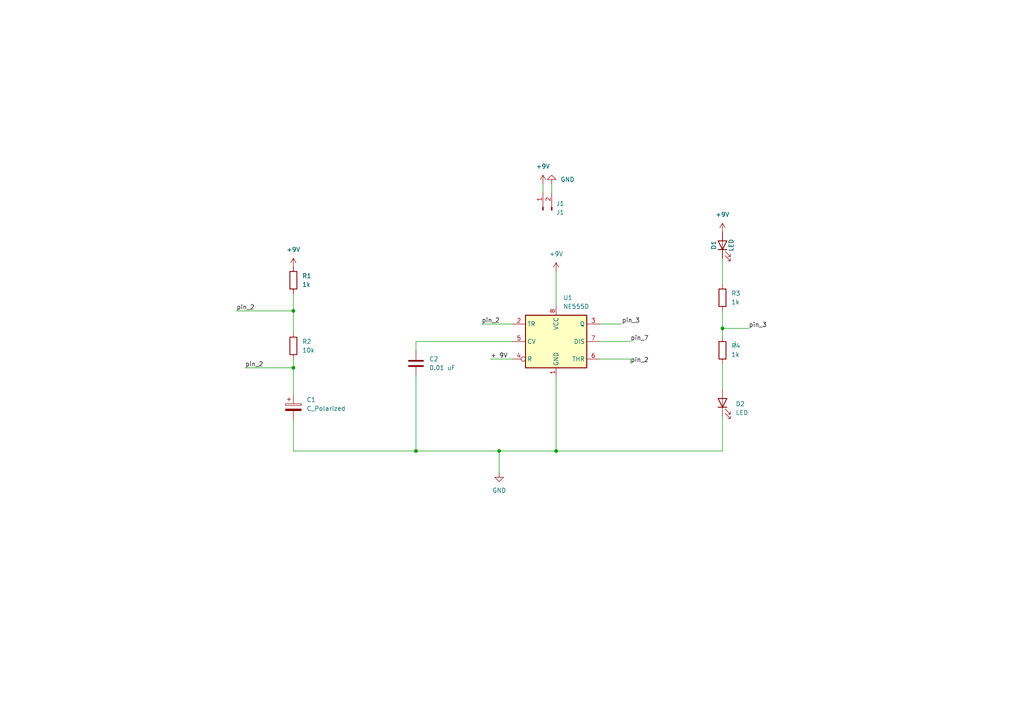
<source format=kicad_sch>
(kicad_sch (version 20230121) (generator eeschema)
  (paper "A4")
  (lib_symbols
    (symbol "Connector:Conn_01x02_Male" (pin_names (offset 1.016) hide)
      (property "Reference" "J" (at 0 2.54 0))
      (property "Value" "Conn_01x02_Male" (at 0 -5.08 0))
      (symbol "Conn_01x02_Male_1_1"
        (polyline (pts (xy 1.27 -2.54) (xy 0.8636 -2.54)) (stroke (width 0.1524)))
        (polyline (pts (xy 1.27 0) (xy 0.8636 0)) (stroke (width 0.1524)))
        (rectangle (start 0.8636 -2.413) (end 0 -2.667) (stroke (width 0.1524)) (fill (type outline)))
        (rectangle (start 0.8636 0.127) (end 0 -0.127) (stroke (width 0.1524)) (fill (type outline)))
        (pin passive line (at 5.08 0 180) (length 3.81) (name "Pin_1") (number "1"))
        (pin passive line (at 5.08 -2.54 180) (length 3.81) (name "Pin_2") (number "2"))
      )
    )
    (symbol "Device:C" (pin_numbers hide) (pin_names (offset 0.254))
      (property "Reference" "C" (at 0.635 2.54 0))
      (property "Value" "C" (at 0.635 -2.54 0))
      (symbol "C_0_1"
        (polyline (pts (xy -2.032 -0.762) (xy 2.032 -0.762)) (stroke (width 0.508)))
        (polyline (pts (xy -2.032 0.762) (xy 2.032 0.762)) (stroke (width 0.508)))
      )
      (symbol "C_1_1"
        (pin passive line (at 0 3.81 270) (length 2.794) (name "~") (number "1"))
        (pin passive line (at 0 -3.81 90) (length 2.794) (name "~") (number "2"))
      )
    )
    (symbol "Device:C_Polarized" (pin_numbers hide) (pin_names (offset 0.254))
      (property "Reference" "C" (at 0.635 2.54 0))
      (property "Value" "C_Polarized" (at 0.635 -2.54 0))
      (symbol "C_Polarized_0_1"
        (rectangle (start -2.286 0.508) (end 2.286 1.016))
        (polyline (pts (xy -1.778 2.286) (xy -0.762 2.286)))
        (polyline (pts (xy -1.27 2.794) (xy -1.27 1.778)))
        (rectangle (start 2.286 -0.508) (end -2.286 -1.016) (fill (type outline)))
      )
      (symbol "C_Polarized_1_1"
        (pin passive line (at 0 3.81 270) (length 2.794) (name "~") (number "1"))
        (pin passive line (at 0 -3.81 90) (length 2.794) (name "~") (number "2"))
      )
    )
    (symbol "Device:LED" (pin_numbers hide) (pin_names (offset 1.016) hide)
      (property "Reference" "D" (at 0 2.54 0))
      (property "Value" "LED" (at 0 -2.54 0))
      (symbol "LED_0_1"
        (polyline (pts (xy -1.27 -1.27) (xy -1.27 1.27)) (stroke (width 0.254)))
        (polyline (pts (xy -1.27 0) (xy 1.27 0)))
        (polyline (pts (xy 1.27 -1.27) (xy 1.27 1.27) (xy -1.27 0) (xy 1.27 -1.27)) (stroke (width 0.254)))
        (polyline (pts (xy -3.048 -0.762) (xy -4.572 -2.286) (xy -3.81 -2.286) (xy -4.572 -2.286) (xy -4.572 -1.524)))
        (polyline (pts (xy -1.778 -0.762) (xy -3.302 -2.286) (xy -2.54 -2.286) (xy -3.302 -2.286) (xy -3.302 -1.524)))
      )
      (symbol "LED_1_1"
        (pin passive line (at -3.81 0 0) (length 2.54) (name "K") (number "1"))
        (pin passive line (at 3.81 0 180) (length 2.54) (name "A") (number "2"))
      )
    )
    (symbol "Device:R" (pin_numbers hide) (pin_names (offset 0))
      (property "Reference" "R" (at 2.032 0 90))
      (property "Value" "R" (at 0 0 90))
      (symbol "R_0_1"
        (rectangle (start -1.016 -2.54) (end 1.016 2.54) (stroke (width 0.254)))
      )
      (symbol "R_1_1"
        (pin passive line (at 0 3.81 270) (length 1.27) (name "~") (number "1"))
        (pin passive line (at 0 -3.81 90) (length 1.27) (name "~") (number "2"))
      )
    )
    (symbol "Timer:NE555D"
      (property "Reference" "U" (at -10.16 8.89 0))
      (property "Value" "NE555D" (at 2.54 8.89 0))
      (symbol "NE555D_0_0"
        (pin power_in line (at 0 -10.16 90) (length 2.54) (name "GND") (number "1"))
        (pin power_in line (at 0 10.16 270) (length 2.54) (name "VCC") (number "8"))
      )
      (symbol "NE555D_0_1"
        (rectangle (start -8.89 -7.62) (end 8.89 7.62) (stroke (width 0.254)) (fill (type background)))
        (rectangle (start -8.89 -7.62) (end 8.89 7.62) (stroke (width 0.254)) (fill (type background)))
      )
      (symbol "NE555D_1_1"
        (pin input line (at -12.7 5.08 0) (length 3.81) (name "TR") (number "2"))
        (pin output line (at 12.7 5.08 180) (length 3.81) (name "Q") (number "3"))
        (pin input inverted (at -12.7 -5.08 0) (length 3.81) (name "R") (number "4"))
        (pin input line (at -12.7 0 0) (length 3.81) (name "CV") (number "5"))
        (pin input line (at 12.7 -5.08 180) (length 3.81) (name "THR") (number "6"))
        (pin input line (at 12.7 0 180) (length 3.81) (name "DIS") (number "7"))
      )
    )
    (symbol "power:+9V" (power) (pin_names (offset 0))
      (property "Value" "+9V" (at 0 3.556 0))
      (symbol "+9V_0_1"
        (polyline (pts (xy -0.762 1.27) (xy 0 2.54)))
        (polyline (pts (xy 0 0) (xy 0 2.54)))
        (polyline (pts (xy 0 2.54) (xy 0.762 1.27)))
      )
      (symbol "+9V_1_1"
        (pin power_in line (at 0 0 90) (length 0) hide (name "+9V") (number "1"))
      )
    )
    (symbol "power:GND" (power) (pin_names (offset 0))
      (property "Value" "GND" (at 0 -3.81 0))
      (symbol "GND_0_1"
        (polyline (pts (xy 0 0) (xy 0 -1.27) (xy 1.27 -1.27) (xy 0 -2.54) (xy -1.27 -1.27) (xy 0 -1.27)))
      )
      (symbol "GND_1_1"
        (pin power_in line (at 0 0 270) (length 0) hide (name "GND") (number "1"))
      )
    )
  )
  (junction (at 85.09 90.17))
  (junction (at 120.65 130.81))
  (junction (at 85.09 106.68))
  (junction (at 161.29 130.81))
  (junction (at 209.55 95.25))
  (junction (at 144.78 130.81))
  (wire (pts (xy 161.29 130.81) (xy 209.55 130.81)))
  (wire (pts (xy 173.99 99.06) (xy 182.88 99.06)))
  (wire (pts (xy 85.09 104.14) (xy 85.09 106.68)))
  (wire (pts (xy 144.78 130.81) (xy 144.78 137.16)))
  (wire (pts (xy 209.55 95.25) (xy 217.17 95.25)))
  (wire (pts (xy 209.55 74.93) (xy 209.55 82.55)))
  (wire (pts (xy 139.7 93.98) (xy 148.59 93.98)))
  (wire (pts (xy 173.99 104.14) (xy 182.88 104.14)))
  (wire (pts (xy 161.29 78.74) (xy 161.29 88.9)))
  (wire (pts (xy 161.29 109.22) (xy 161.29 130.81)))
  (wire (pts (xy 148.59 99.06) (xy 120.65 99.06)))
  (wire (pts (xy 173.99 93.98) (xy 180.34 93.98)))
  (wire (pts (xy 68.58 90.17) (xy 85.09 90.17)))
  (wire (pts (xy 209.55 105.41) (xy 209.55 113.03)))
  (wire (pts (xy 160.02 53.34) (xy 160.02 55.88)))
  (wire (pts (xy 85.09 130.81) (xy 120.65 130.81)))
  (wire (pts (xy 85.09 106.68) (xy 85.09 114.3)))
  (wire (pts (xy 85.09 90.17) (xy 85.09 96.52)))
  (wire (pts (xy 71.12 106.68) (xy 85.09 106.68)))
  (wire (pts (xy 85.09 121.92) (xy 85.09 130.81)))
  (wire (pts (xy 182.88 104.14) (xy 182.88 105.41)))
  (wire (pts (xy 120.65 130.81) (xy 144.78 130.81)))
  (wire (pts (xy 213.36 99.06) (xy 213.36 100.33)))
  (wire (pts (xy 144.78 130.81) (xy 161.29 130.81)))
  (wire (pts (xy 209.55 95.25) (xy 209.55 97.79)))
  (wire (pts (xy 209.55 120.65) (xy 209.55 130.81)))
  (wire (pts (xy 209.55 90.17) (xy 209.55 95.25)))
  (wire (pts (xy 120.65 99.06) (xy 120.65 101.6)))
  (wire (pts (xy 157.48 53.34) (xy 157.48 55.88)))
  (wire (pts (xy 142.24 104.14) (xy 148.59 104.14)))
  (wire (pts (xy 120.65 109.22) (xy 120.65 130.81)))
  (wire (pts (xy 85.09 85.09) (xy 85.09 90.17)))
  (label "pin_7" (at 182.88 99.06 0))
  (label "+ 9V" (at 142.24 104.14 0))
  (label "pin_2" (at 139.7 93.98 0))
  (label "pin_2" (at 68.58 90.17 0))
  (label "pin_3" (at 217.17 95.25 0))
  (label "pin_2" (at 71.12 106.68 0))
  (label "pin_2" (at 182.88 105.41 0))
  (label "pin_3" (at 180.34 93.98 0))
  (symbol (lib_id "power:+9V") (at 209.55 67.31 0) (unit 1)
    (property "Reference" "#PWR06" (effects hide))
    (property "Value" "+9V" (at 209.55 62.23 0))
  )
  (symbol (lib_id "power:+9V") (at 85.09 77.47 0) (unit 1)
    (property "Reference" "#PWR01" (effects hide))
    (property "Value" "+9V" (at 85.09 72.39 0))
  )
  (symbol (lib_id "Device:R") (at 209.55 101.6 0) (unit 1)
    (property "Reference" "R4" (at 212.09 100.3299 0) (effects (justify left)))
    (property "Value" "1k" (at 212.09 102.8699 0) (effects (justify left)))
  )
  (symbol (lib_id "Device:R") (at 85.09 100.33 0) (unit 1)
    (property "Reference" "R2" (at 87.63 99.0599 0) (effects (justify left)))
    (property "Value" "10k" (at 87.63 101.5999 0) (effects (justify left)))
  )
  (symbol (lib_id "Device:R") (at 209.55 86.36 0) (unit 1)
    (property "Reference" "R3" (at 212.09 85.0899 0) (effects (justify left)))
    (property "Value" "1k" (at 212.09 87.6299 0) (effects (justify left)))
  )
  (symbol (lib_id "Device:LED") (at 209.55 71.12 90) (unit 1)
    (property "Reference" "D1" (at 207.01 71.12 0))
    (property "Value" "LED" (at 212.09 71.12 0))
  )
  (symbol (lib_id "Connector:Conn_01x02_Male") (at 157.48 60.96 90) (unit 1)
    (property "Reference" "J1" (at 161.29 59.0549 90) (effects (justify right)))
    (property "Value" "J1" (at 161.29 61.5949 90) (effects (justify right)))
  )
  (symbol (lib_id "Device:C_Polarized") (at 85.09 118.11 0) (unit 1)
    (property "Reference" "C1" (at 88.9 115.9509 0) (effects (justify left)))
    (property "Value" "C_Polarized" (at 88.9 118.4909 0) (effects (justify left)))
  )
  (symbol (lib_id "power:GND") (at 144.78 137.16 0) (unit 1)
    (property "Reference" "#PWR02" (effects hide))
    (property "Value" "GND" (at 144.78 142.24 0))
  )
  (symbol (lib_id "power:+9V") (at 161.29 78.74 0) (unit 1)
    (property "Reference" "#PWR05" (effects hide))
    (property "Value" "+9V" (at 161.29 73.66 0))
  )
  (symbol (lib_id "Timer:NE555D") (at 161.29 99.06 0) (unit 1)
    (property "Reference" "U1" (at 163.3094 86.36 0) (effects (justify left)))
    (property "Value" "NE555D" (at 163.3094 88.9 0) (effects (justify left)))
    (property "Footprint" "Package_SO:SOIC-8_3.9x4.9mm_P1.27mm" (effects hide))
    (property "Datasheet" "http://www.ti.com/lit/ds/symlink/ne555.pdf" (effects hide))
  )
  (symbol (lib_id "Device:C") (at 120.65 105.41 0) (unit 1)
    (property "Reference" "C2" (at 124.46 104.1399 0) (effects (justify left)))
    (property "Value" "0.01 uF" (at 124.46 106.6799 0) (effects (justify left)))
  )
  (symbol (lib_id "Device:LED") (at 209.55 116.84 90) (unit 1)
    (property "Reference" "D2" (at 213.36 117.1574 90) (effects (justify right)))
    (property "Value" "LED" (at 213.36 119.6974 90) (effects (justify right)))
  )
  (symbol (lib_id "Device:R") (at 85.09 81.28 0) (unit 1)
    (property "Reference" "R1" (at 87.63 80.0099 0) (effects (justify left)))
    (property "Value" "1k" (at 87.63 82.5499 0) (effects (justify left)))
  )
  (symbol (lib_id "power:GND") (at 160.02 53.34 180) (unit 1)
    (property "Reference" "#PWR04" (effects hide))
    (property "Value" "GND" (at 162.56 52.0699 0) (effects (justify right)))
  )
  (symbol (lib_id "power:+9V") (at 157.48 53.34 0) (unit 1)
    (property "Reference" "#PWR03" (effects hide))
    (property "Value" "+9V" (at 157.48 48.26 0))
  )
)
</source>
